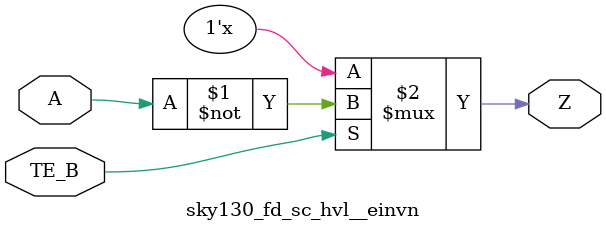
<source format=v>
/*
 * Copyright 2020 The SkyWater PDK Authors
 *
 * Licensed under the Apache License, Version 2.0 (the "License");
 * you may not use this file except in compliance with the License.
 * You may obtain a copy of the License at
 *
 *     https://www.apache.org/licenses/LICENSE-2.0
 *
 * Unless required by applicable law or agreed to in writing, software
 * distributed under the License is distributed on an "AS IS" BASIS,
 * WITHOUT WARRANTIES OR CONDITIONS OF ANY KIND, either express or implied.
 * See the License for the specific language governing permissions and
 * limitations under the License.
 *
 * SPDX-License-Identifier: Apache-2.0
*/


`ifndef SKY130_FD_SC_HVL__EINVN_FUNCTIONAL_V
`define SKY130_FD_SC_HVL__EINVN_FUNCTIONAL_V

/**
 * einvn: Tri-state inverter, negative enable.
 *
 * Verilog simulation functional model.
 */

`timescale 1ns / 1ps
`default_nettype none

`celldefine
module sky130_fd_sc_hvl__einvn (
    Z   ,
    A   ,
    TE_B
);

    // Module ports
    output Z   ;
    input  A   ;
    input  TE_B;

    //     Name     Output  Other arguments
    notif0 notif00 (Z     , A, TE_B        );

endmodule
`endcelldefine

`default_nettype wire
`endif  // SKY130_FD_SC_HVL__EINVN_FUNCTIONAL_V

</source>
